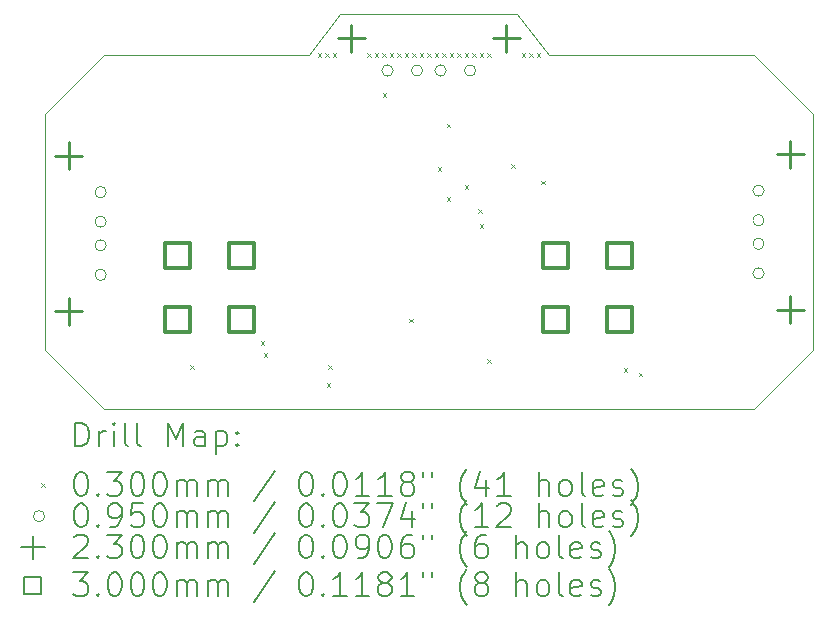
<source format=gbr>
%TF.GenerationSoftware,KiCad,Pcbnew,8.0.5*%
%TF.CreationDate,2024-09-26T10:19:20+02:00*%
%TF.ProjectId,BL-R8812AF1 2x mount,424c2d52-3838-4313-9241-463120327820,rev?*%
%TF.SameCoordinates,Original*%
%TF.FileFunction,Drillmap*%
%TF.FilePolarity,Positive*%
%FSLAX45Y45*%
G04 Gerber Fmt 4.5, Leading zero omitted, Abs format (unit mm)*
G04 Created by KiCad (PCBNEW 8.0.5) date 2024-09-26 10:19:20*
%MOMM*%
%LPD*%
G01*
G04 APERTURE LIST*
%ADD10C,0.050000*%
%ADD11C,0.200000*%
%ADD12C,0.100000*%
%ADD13C,0.230000*%
%ADD14C,0.300000*%
G04 APERTURE END LIST*
D10*
X13450000Y-7048500D02*
X13716000Y-7390000D01*
X11950000Y-7048500D02*
X11684000Y-7391400D01*
X9950000Y-7390000D02*
X11684000Y-7391400D01*
X11950000Y-7048500D02*
X13450000Y-7048500D01*
X15450000Y-7390000D02*
X15950000Y-7890000D01*
X15450000Y-10390000D02*
X15950000Y-9890000D01*
X9450000Y-9890000D02*
X9950000Y-10390000D01*
X9450000Y-7890000D02*
X9950000Y-7390000D01*
X9950000Y-10390000D02*
X15450000Y-10390000D01*
X9450000Y-7890000D02*
X9450000Y-9890000D01*
X15950000Y-7890000D02*
X15950000Y-9890000D01*
X13716000Y-7390000D02*
X15450000Y-7390000D01*
D11*
D12*
X10678400Y-10018000D02*
X10708400Y-10048000D01*
X10708400Y-10018000D02*
X10678400Y-10048000D01*
X11275300Y-9814800D02*
X11305300Y-9844800D01*
X11305300Y-9814800D02*
X11275300Y-9844800D01*
X11300700Y-9916400D02*
X11330700Y-9946400D01*
X11330700Y-9916400D02*
X11300700Y-9946400D01*
X11757900Y-7376400D02*
X11787900Y-7406400D01*
X11787900Y-7376400D02*
X11757900Y-7406400D01*
X11821400Y-7376400D02*
X11851400Y-7406400D01*
X11851400Y-7376400D02*
X11821400Y-7406400D01*
X11834100Y-10170400D02*
X11864100Y-10200400D01*
X11864100Y-10170400D02*
X11834100Y-10200400D01*
X11846800Y-10018000D02*
X11876800Y-10048000D01*
X11876800Y-10018000D02*
X11846800Y-10048000D01*
X11884900Y-7376400D02*
X11914900Y-7406400D01*
X11914900Y-7376400D02*
X11884900Y-7406400D01*
X12177000Y-7376400D02*
X12207000Y-7406400D01*
X12207000Y-7376400D02*
X12177000Y-7406400D01*
X12240500Y-7376400D02*
X12270500Y-7406400D01*
X12270500Y-7376400D02*
X12240500Y-7406400D01*
X12304000Y-7376400D02*
X12334000Y-7406400D01*
X12334000Y-7376400D02*
X12304000Y-7406400D01*
X12310350Y-7712950D02*
X12340350Y-7742950D01*
X12340350Y-7712950D02*
X12310350Y-7742950D01*
X12367500Y-7376400D02*
X12397500Y-7406400D01*
X12397500Y-7376400D02*
X12367500Y-7406400D01*
X12431000Y-7376400D02*
X12461000Y-7406400D01*
X12461000Y-7376400D02*
X12431000Y-7406400D01*
X12494500Y-7376400D02*
X12524500Y-7406400D01*
X12524500Y-7376400D02*
X12494500Y-7406400D01*
X12532600Y-9624300D02*
X12562600Y-9654300D01*
X12562600Y-9624300D02*
X12532600Y-9654300D01*
X12558000Y-7376400D02*
X12588000Y-7406400D01*
X12588000Y-7376400D02*
X12558000Y-7406400D01*
X12621500Y-7376400D02*
X12651500Y-7406400D01*
X12651500Y-7376400D02*
X12621500Y-7406400D01*
X12685000Y-7376400D02*
X12715000Y-7406400D01*
X12715000Y-7376400D02*
X12685000Y-7406400D01*
X12748500Y-7376400D02*
X12778500Y-7406400D01*
X12778500Y-7376400D02*
X12748500Y-7406400D01*
X12773900Y-8341600D02*
X12803900Y-8371600D01*
X12803900Y-8341600D02*
X12773900Y-8371600D01*
X12812000Y-7376400D02*
X12842000Y-7406400D01*
X12842000Y-7376400D02*
X12812000Y-7406400D01*
X12850100Y-7973300D02*
X12880100Y-8003300D01*
X12880100Y-7973300D02*
X12850100Y-8003300D01*
X12850100Y-8595600D02*
X12880100Y-8625600D01*
X12880100Y-8595600D02*
X12850100Y-8625600D01*
X12875500Y-7376400D02*
X12905500Y-7406400D01*
X12905500Y-7376400D02*
X12875500Y-7406400D01*
X12939000Y-7376400D02*
X12969000Y-7406400D01*
X12969000Y-7376400D02*
X12939000Y-7406400D01*
X13002500Y-7376400D02*
X13032500Y-7406400D01*
X13032500Y-7376400D02*
X13002500Y-7406400D01*
X13002500Y-8494000D02*
X13032500Y-8524000D01*
X13032500Y-8494000D02*
X13002500Y-8524000D01*
X13066000Y-7376400D02*
X13096000Y-7406400D01*
X13096000Y-7376400D02*
X13066000Y-7406400D01*
X13116800Y-8697200D02*
X13146800Y-8727200D01*
X13146800Y-8697200D02*
X13116800Y-8727200D01*
X13129500Y-7376400D02*
X13159500Y-7406400D01*
X13159500Y-7376400D02*
X13129500Y-7406400D01*
X13129500Y-8824200D02*
X13159500Y-8854200D01*
X13159500Y-8824200D02*
X13129500Y-8854200D01*
X13193000Y-7376400D02*
X13223000Y-7406400D01*
X13223000Y-7376400D02*
X13193000Y-7406400D01*
X13193000Y-9967200D02*
X13223000Y-9997200D01*
X13223000Y-9967200D02*
X13193000Y-9997200D01*
X13396200Y-8316200D02*
X13426200Y-8346200D01*
X13426200Y-8316200D02*
X13396200Y-8346200D01*
X13485100Y-7376400D02*
X13515100Y-7406400D01*
X13515100Y-7376400D02*
X13485100Y-7406400D01*
X13548600Y-7376400D02*
X13578600Y-7406400D01*
X13578600Y-7376400D02*
X13548600Y-7406400D01*
X13612100Y-7376400D02*
X13642100Y-7406400D01*
X13642100Y-7376400D02*
X13612100Y-7406400D01*
X13650200Y-8455900D02*
X13680200Y-8485900D01*
X13680200Y-8455900D02*
X13650200Y-8485900D01*
X14348700Y-10043400D02*
X14378700Y-10073400D01*
X14378700Y-10043400D02*
X14348700Y-10073400D01*
X14475700Y-10081500D02*
X14505700Y-10111500D01*
X14505700Y-10081500D02*
X14475700Y-10111500D01*
X9968800Y-8552700D02*
G75*
G02*
X9873800Y-8552700I-47500J0D01*
G01*
X9873800Y-8552700D02*
G75*
G02*
X9968800Y-8552700I47500J0D01*
G01*
X9968800Y-8802700D02*
G75*
G02*
X9873800Y-8802700I-47500J0D01*
G01*
X9873800Y-8802700D02*
G75*
G02*
X9968800Y-8802700I47500J0D01*
G01*
X9968800Y-9002700D02*
G75*
G02*
X9873800Y-9002700I-47500J0D01*
G01*
X9873800Y-9002700D02*
G75*
G02*
X9968800Y-9002700I47500J0D01*
G01*
X9968800Y-9252700D02*
G75*
G02*
X9873800Y-9252700I-47500J0D01*
G01*
X9873800Y-9252700D02*
G75*
G02*
X9968800Y-9252700I47500J0D01*
G01*
X12397500Y-7522700D02*
G75*
G02*
X12302500Y-7522700I-47500J0D01*
G01*
X12302500Y-7522700D02*
G75*
G02*
X12397500Y-7522700I47500J0D01*
G01*
X12647500Y-7522700D02*
G75*
G02*
X12552500Y-7522700I-47500J0D01*
G01*
X12552500Y-7522700D02*
G75*
G02*
X12647500Y-7522700I47500J0D01*
G01*
X12847500Y-7522700D02*
G75*
G02*
X12752500Y-7522700I-47500J0D01*
G01*
X12752500Y-7522700D02*
G75*
G02*
X12847500Y-7522700I47500J0D01*
G01*
X13097500Y-7522700D02*
G75*
G02*
X13002500Y-7522700I-47500J0D01*
G01*
X13002500Y-7522700D02*
G75*
G02*
X13097500Y-7522700I47500J0D01*
G01*
X15538900Y-8540000D02*
G75*
G02*
X15443900Y-8540000I-47500J0D01*
G01*
X15443900Y-8540000D02*
G75*
G02*
X15538900Y-8540000I47500J0D01*
G01*
X15538900Y-8790000D02*
G75*
G02*
X15443900Y-8790000I-47500J0D01*
G01*
X15443900Y-8790000D02*
G75*
G02*
X15538900Y-8790000I47500J0D01*
G01*
X15538900Y-8990000D02*
G75*
G02*
X15443900Y-8990000I-47500J0D01*
G01*
X15443900Y-8990000D02*
G75*
G02*
X15538900Y-8990000I47500J0D01*
G01*
X15538900Y-9240000D02*
G75*
G02*
X15443900Y-9240000I-47500J0D01*
G01*
X15443900Y-9240000D02*
G75*
G02*
X15538900Y-9240000I47500J0D01*
G01*
D13*
X9650300Y-8130700D02*
X9650300Y-8360700D01*
X9535300Y-8245700D02*
X9765300Y-8245700D01*
X9650300Y-9444700D02*
X9650300Y-9674700D01*
X9535300Y-9559700D02*
X9765300Y-9559700D01*
X12043000Y-7136700D02*
X12043000Y-7366700D01*
X11928000Y-7251700D02*
X12158000Y-7251700D01*
X13357000Y-7136700D02*
X13357000Y-7366700D01*
X13242000Y-7251700D02*
X13472000Y-7251700D01*
X15762400Y-8118000D02*
X15762400Y-8348000D01*
X15647400Y-8233000D02*
X15877400Y-8233000D01*
X15762400Y-9432000D02*
X15762400Y-9662000D01*
X15647400Y-9547000D02*
X15877400Y-9547000D01*
D14*
X10681867Y-9195967D02*
X10681867Y-8983833D01*
X10469733Y-8983833D01*
X10469733Y-9195967D01*
X10681867Y-9195967D01*
X10681867Y-9735967D02*
X10681867Y-9523833D01*
X10469733Y-9523833D01*
X10469733Y-9735967D01*
X10681867Y-9735967D01*
X11221867Y-9195967D02*
X11221867Y-8983833D01*
X11009733Y-8983833D01*
X11009733Y-9195967D01*
X11221867Y-9195967D01*
X11221867Y-9735967D02*
X11221867Y-9523833D01*
X11009733Y-9523833D01*
X11009733Y-9735967D01*
X11221867Y-9735967D01*
X13882267Y-9195967D02*
X13882267Y-8983833D01*
X13670133Y-8983833D01*
X13670133Y-9195967D01*
X13882267Y-9195967D01*
X13882267Y-9735967D02*
X13882267Y-9523833D01*
X13670133Y-9523833D01*
X13670133Y-9735967D01*
X13882267Y-9735967D01*
X14422267Y-9195967D02*
X14422267Y-8983833D01*
X14210133Y-8983833D01*
X14210133Y-9195967D01*
X14422267Y-9195967D01*
X14422267Y-9735967D02*
X14422267Y-9523833D01*
X14210133Y-9523833D01*
X14210133Y-9735967D01*
X14422267Y-9735967D01*
D11*
X9708277Y-10703984D02*
X9708277Y-10503984D01*
X9708277Y-10503984D02*
X9755896Y-10503984D01*
X9755896Y-10503984D02*
X9784467Y-10513508D01*
X9784467Y-10513508D02*
X9803515Y-10532555D01*
X9803515Y-10532555D02*
X9813039Y-10551603D01*
X9813039Y-10551603D02*
X9822563Y-10589698D01*
X9822563Y-10589698D02*
X9822563Y-10618270D01*
X9822563Y-10618270D02*
X9813039Y-10656365D01*
X9813039Y-10656365D02*
X9803515Y-10675412D01*
X9803515Y-10675412D02*
X9784467Y-10694460D01*
X9784467Y-10694460D02*
X9755896Y-10703984D01*
X9755896Y-10703984D02*
X9708277Y-10703984D01*
X9908277Y-10703984D02*
X9908277Y-10570650D01*
X9908277Y-10608746D02*
X9917801Y-10589698D01*
X9917801Y-10589698D02*
X9927324Y-10580174D01*
X9927324Y-10580174D02*
X9946372Y-10570650D01*
X9946372Y-10570650D02*
X9965420Y-10570650D01*
X10032086Y-10703984D02*
X10032086Y-10570650D01*
X10032086Y-10503984D02*
X10022563Y-10513508D01*
X10022563Y-10513508D02*
X10032086Y-10523031D01*
X10032086Y-10523031D02*
X10041610Y-10513508D01*
X10041610Y-10513508D02*
X10032086Y-10503984D01*
X10032086Y-10503984D02*
X10032086Y-10523031D01*
X10155896Y-10703984D02*
X10136848Y-10694460D01*
X10136848Y-10694460D02*
X10127324Y-10675412D01*
X10127324Y-10675412D02*
X10127324Y-10503984D01*
X10260658Y-10703984D02*
X10241610Y-10694460D01*
X10241610Y-10694460D02*
X10232086Y-10675412D01*
X10232086Y-10675412D02*
X10232086Y-10503984D01*
X10489229Y-10703984D02*
X10489229Y-10503984D01*
X10489229Y-10503984D02*
X10555896Y-10646841D01*
X10555896Y-10646841D02*
X10622563Y-10503984D01*
X10622563Y-10503984D02*
X10622563Y-10703984D01*
X10803515Y-10703984D02*
X10803515Y-10599222D01*
X10803515Y-10599222D02*
X10793991Y-10580174D01*
X10793991Y-10580174D02*
X10774944Y-10570650D01*
X10774944Y-10570650D02*
X10736848Y-10570650D01*
X10736848Y-10570650D02*
X10717801Y-10580174D01*
X10803515Y-10694460D02*
X10784467Y-10703984D01*
X10784467Y-10703984D02*
X10736848Y-10703984D01*
X10736848Y-10703984D02*
X10717801Y-10694460D01*
X10717801Y-10694460D02*
X10708277Y-10675412D01*
X10708277Y-10675412D02*
X10708277Y-10656365D01*
X10708277Y-10656365D02*
X10717801Y-10637317D01*
X10717801Y-10637317D02*
X10736848Y-10627793D01*
X10736848Y-10627793D02*
X10784467Y-10627793D01*
X10784467Y-10627793D02*
X10803515Y-10618270D01*
X10898753Y-10570650D02*
X10898753Y-10770650D01*
X10898753Y-10580174D02*
X10917801Y-10570650D01*
X10917801Y-10570650D02*
X10955896Y-10570650D01*
X10955896Y-10570650D02*
X10974944Y-10580174D01*
X10974944Y-10580174D02*
X10984467Y-10589698D01*
X10984467Y-10589698D02*
X10993991Y-10608746D01*
X10993991Y-10608746D02*
X10993991Y-10665889D01*
X10993991Y-10665889D02*
X10984467Y-10684936D01*
X10984467Y-10684936D02*
X10974944Y-10694460D01*
X10974944Y-10694460D02*
X10955896Y-10703984D01*
X10955896Y-10703984D02*
X10917801Y-10703984D01*
X10917801Y-10703984D02*
X10898753Y-10694460D01*
X11079705Y-10684936D02*
X11089229Y-10694460D01*
X11089229Y-10694460D02*
X11079705Y-10703984D01*
X11079705Y-10703984D02*
X11070182Y-10694460D01*
X11070182Y-10694460D02*
X11079705Y-10684936D01*
X11079705Y-10684936D02*
X11079705Y-10703984D01*
X11079705Y-10580174D02*
X11089229Y-10589698D01*
X11089229Y-10589698D02*
X11079705Y-10599222D01*
X11079705Y-10599222D02*
X11070182Y-10589698D01*
X11070182Y-10589698D02*
X11079705Y-10580174D01*
X11079705Y-10580174D02*
X11079705Y-10599222D01*
D12*
X9417500Y-11017500D02*
X9447500Y-11047500D01*
X9447500Y-11017500D02*
X9417500Y-11047500D01*
D11*
X9746372Y-10923984D02*
X9765420Y-10923984D01*
X9765420Y-10923984D02*
X9784467Y-10933508D01*
X9784467Y-10933508D02*
X9793991Y-10943031D01*
X9793991Y-10943031D02*
X9803515Y-10962079D01*
X9803515Y-10962079D02*
X9813039Y-11000174D01*
X9813039Y-11000174D02*
X9813039Y-11047793D01*
X9813039Y-11047793D02*
X9803515Y-11085889D01*
X9803515Y-11085889D02*
X9793991Y-11104936D01*
X9793991Y-11104936D02*
X9784467Y-11114460D01*
X9784467Y-11114460D02*
X9765420Y-11123984D01*
X9765420Y-11123984D02*
X9746372Y-11123984D01*
X9746372Y-11123984D02*
X9727324Y-11114460D01*
X9727324Y-11114460D02*
X9717801Y-11104936D01*
X9717801Y-11104936D02*
X9708277Y-11085889D01*
X9708277Y-11085889D02*
X9698753Y-11047793D01*
X9698753Y-11047793D02*
X9698753Y-11000174D01*
X9698753Y-11000174D02*
X9708277Y-10962079D01*
X9708277Y-10962079D02*
X9717801Y-10943031D01*
X9717801Y-10943031D02*
X9727324Y-10933508D01*
X9727324Y-10933508D02*
X9746372Y-10923984D01*
X9898753Y-11104936D02*
X9908277Y-11114460D01*
X9908277Y-11114460D02*
X9898753Y-11123984D01*
X9898753Y-11123984D02*
X9889229Y-11114460D01*
X9889229Y-11114460D02*
X9898753Y-11104936D01*
X9898753Y-11104936D02*
X9898753Y-11123984D01*
X9974944Y-10923984D02*
X10098753Y-10923984D01*
X10098753Y-10923984D02*
X10032086Y-11000174D01*
X10032086Y-11000174D02*
X10060658Y-11000174D01*
X10060658Y-11000174D02*
X10079705Y-11009698D01*
X10079705Y-11009698D02*
X10089229Y-11019222D01*
X10089229Y-11019222D02*
X10098753Y-11038270D01*
X10098753Y-11038270D02*
X10098753Y-11085889D01*
X10098753Y-11085889D02*
X10089229Y-11104936D01*
X10089229Y-11104936D02*
X10079705Y-11114460D01*
X10079705Y-11114460D02*
X10060658Y-11123984D01*
X10060658Y-11123984D02*
X10003515Y-11123984D01*
X10003515Y-11123984D02*
X9984467Y-11114460D01*
X9984467Y-11114460D02*
X9974944Y-11104936D01*
X10222563Y-10923984D02*
X10241610Y-10923984D01*
X10241610Y-10923984D02*
X10260658Y-10933508D01*
X10260658Y-10933508D02*
X10270182Y-10943031D01*
X10270182Y-10943031D02*
X10279705Y-10962079D01*
X10279705Y-10962079D02*
X10289229Y-11000174D01*
X10289229Y-11000174D02*
X10289229Y-11047793D01*
X10289229Y-11047793D02*
X10279705Y-11085889D01*
X10279705Y-11085889D02*
X10270182Y-11104936D01*
X10270182Y-11104936D02*
X10260658Y-11114460D01*
X10260658Y-11114460D02*
X10241610Y-11123984D01*
X10241610Y-11123984D02*
X10222563Y-11123984D01*
X10222563Y-11123984D02*
X10203515Y-11114460D01*
X10203515Y-11114460D02*
X10193991Y-11104936D01*
X10193991Y-11104936D02*
X10184467Y-11085889D01*
X10184467Y-11085889D02*
X10174944Y-11047793D01*
X10174944Y-11047793D02*
X10174944Y-11000174D01*
X10174944Y-11000174D02*
X10184467Y-10962079D01*
X10184467Y-10962079D02*
X10193991Y-10943031D01*
X10193991Y-10943031D02*
X10203515Y-10933508D01*
X10203515Y-10933508D02*
X10222563Y-10923984D01*
X10413039Y-10923984D02*
X10432086Y-10923984D01*
X10432086Y-10923984D02*
X10451134Y-10933508D01*
X10451134Y-10933508D02*
X10460658Y-10943031D01*
X10460658Y-10943031D02*
X10470182Y-10962079D01*
X10470182Y-10962079D02*
X10479705Y-11000174D01*
X10479705Y-11000174D02*
X10479705Y-11047793D01*
X10479705Y-11047793D02*
X10470182Y-11085889D01*
X10470182Y-11085889D02*
X10460658Y-11104936D01*
X10460658Y-11104936D02*
X10451134Y-11114460D01*
X10451134Y-11114460D02*
X10432086Y-11123984D01*
X10432086Y-11123984D02*
X10413039Y-11123984D01*
X10413039Y-11123984D02*
X10393991Y-11114460D01*
X10393991Y-11114460D02*
X10384467Y-11104936D01*
X10384467Y-11104936D02*
X10374944Y-11085889D01*
X10374944Y-11085889D02*
X10365420Y-11047793D01*
X10365420Y-11047793D02*
X10365420Y-11000174D01*
X10365420Y-11000174D02*
X10374944Y-10962079D01*
X10374944Y-10962079D02*
X10384467Y-10943031D01*
X10384467Y-10943031D02*
X10393991Y-10933508D01*
X10393991Y-10933508D02*
X10413039Y-10923984D01*
X10565420Y-11123984D02*
X10565420Y-10990650D01*
X10565420Y-11009698D02*
X10574944Y-11000174D01*
X10574944Y-11000174D02*
X10593991Y-10990650D01*
X10593991Y-10990650D02*
X10622563Y-10990650D01*
X10622563Y-10990650D02*
X10641610Y-11000174D01*
X10641610Y-11000174D02*
X10651134Y-11019222D01*
X10651134Y-11019222D02*
X10651134Y-11123984D01*
X10651134Y-11019222D02*
X10660658Y-11000174D01*
X10660658Y-11000174D02*
X10679705Y-10990650D01*
X10679705Y-10990650D02*
X10708277Y-10990650D01*
X10708277Y-10990650D02*
X10727325Y-11000174D01*
X10727325Y-11000174D02*
X10736848Y-11019222D01*
X10736848Y-11019222D02*
X10736848Y-11123984D01*
X10832086Y-11123984D02*
X10832086Y-10990650D01*
X10832086Y-11009698D02*
X10841610Y-11000174D01*
X10841610Y-11000174D02*
X10860658Y-10990650D01*
X10860658Y-10990650D02*
X10889229Y-10990650D01*
X10889229Y-10990650D02*
X10908277Y-11000174D01*
X10908277Y-11000174D02*
X10917801Y-11019222D01*
X10917801Y-11019222D02*
X10917801Y-11123984D01*
X10917801Y-11019222D02*
X10927325Y-11000174D01*
X10927325Y-11000174D02*
X10946372Y-10990650D01*
X10946372Y-10990650D02*
X10974944Y-10990650D01*
X10974944Y-10990650D02*
X10993991Y-11000174D01*
X10993991Y-11000174D02*
X11003515Y-11019222D01*
X11003515Y-11019222D02*
X11003515Y-11123984D01*
X11393991Y-10914460D02*
X11222563Y-11171603D01*
X11651134Y-10923984D02*
X11670182Y-10923984D01*
X11670182Y-10923984D02*
X11689229Y-10933508D01*
X11689229Y-10933508D02*
X11698753Y-10943031D01*
X11698753Y-10943031D02*
X11708277Y-10962079D01*
X11708277Y-10962079D02*
X11717801Y-11000174D01*
X11717801Y-11000174D02*
X11717801Y-11047793D01*
X11717801Y-11047793D02*
X11708277Y-11085889D01*
X11708277Y-11085889D02*
X11698753Y-11104936D01*
X11698753Y-11104936D02*
X11689229Y-11114460D01*
X11689229Y-11114460D02*
X11670182Y-11123984D01*
X11670182Y-11123984D02*
X11651134Y-11123984D01*
X11651134Y-11123984D02*
X11632086Y-11114460D01*
X11632086Y-11114460D02*
X11622563Y-11104936D01*
X11622563Y-11104936D02*
X11613039Y-11085889D01*
X11613039Y-11085889D02*
X11603515Y-11047793D01*
X11603515Y-11047793D02*
X11603515Y-11000174D01*
X11603515Y-11000174D02*
X11613039Y-10962079D01*
X11613039Y-10962079D02*
X11622563Y-10943031D01*
X11622563Y-10943031D02*
X11632086Y-10933508D01*
X11632086Y-10933508D02*
X11651134Y-10923984D01*
X11803515Y-11104936D02*
X11813039Y-11114460D01*
X11813039Y-11114460D02*
X11803515Y-11123984D01*
X11803515Y-11123984D02*
X11793991Y-11114460D01*
X11793991Y-11114460D02*
X11803515Y-11104936D01*
X11803515Y-11104936D02*
X11803515Y-11123984D01*
X11936848Y-10923984D02*
X11955896Y-10923984D01*
X11955896Y-10923984D02*
X11974944Y-10933508D01*
X11974944Y-10933508D02*
X11984467Y-10943031D01*
X11984467Y-10943031D02*
X11993991Y-10962079D01*
X11993991Y-10962079D02*
X12003515Y-11000174D01*
X12003515Y-11000174D02*
X12003515Y-11047793D01*
X12003515Y-11047793D02*
X11993991Y-11085889D01*
X11993991Y-11085889D02*
X11984467Y-11104936D01*
X11984467Y-11104936D02*
X11974944Y-11114460D01*
X11974944Y-11114460D02*
X11955896Y-11123984D01*
X11955896Y-11123984D02*
X11936848Y-11123984D01*
X11936848Y-11123984D02*
X11917801Y-11114460D01*
X11917801Y-11114460D02*
X11908277Y-11104936D01*
X11908277Y-11104936D02*
X11898753Y-11085889D01*
X11898753Y-11085889D02*
X11889229Y-11047793D01*
X11889229Y-11047793D02*
X11889229Y-11000174D01*
X11889229Y-11000174D02*
X11898753Y-10962079D01*
X11898753Y-10962079D02*
X11908277Y-10943031D01*
X11908277Y-10943031D02*
X11917801Y-10933508D01*
X11917801Y-10933508D02*
X11936848Y-10923984D01*
X12193991Y-11123984D02*
X12079706Y-11123984D01*
X12136848Y-11123984D02*
X12136848Y-10923984D01*
X12136848Y-10923984D02*
X12117801Y-10952555D01*
X12117801Y-10952555D02*
X12098753Y-10971603D01*
X12098753Y-10971603D02*
X12079706Y-10981127D01*
X12384467Y-11123984D02*
X12270182Y-11123984D01*
X12327325Y-11123984D02*
X12327325Y-10923984D01*
X12327325Y-10923984D02*
X12308277Y-10952555D01*
X12308277Y-10952555D02*
X12289229Y-10971603D01*
X12289229Y-10971603D02*
X12270182Y-10981127D01*
X12498753Y-11009698D02*
X12479706Y-11000174D01*
X12479706Y-11000174D02*
X12470182Y-10990650D01*
X12470182Y-10990650D02*
X12460658Y-10971603D01*
X12460658Y-10971603D02*
X12460658Y-10962079D01*
X12460658Y-10962079D02*
X12470182Y-10943031D01*
X12470182Y-10943031D02*
X12479706Y-10933508D01*
X12479706Y-10933508D02*
X12498753Y-10923984D01*
X12498753Y-10923984D02*
X12536848Y-10923984D01*
X12536848Y-10923984D02*
X12555896Y-10933508D01*
X12555896Y-10933508D02*
X12565420Y-10943031D01*
X12565420Y-10943031D02*
X12574944Y-10962079D01*
X12574944Y-10962079D02*
X12574944Y-10971603D01*
X12574944Y-10971603D02*
X12565420Y-10990650D01*
X12565420Y-10990650D02*
X12555896Y-11000174D01*
X12555896Y-11000174D02*
X12536848Y-11009698D01*
X12536848Y-11009698D02*
X12498753Y-11009698D01*
X12498753Y-11009698D02*
X12479706Y-11019222D01*
X12479706Y-11019222D02*
X12470182Y-11028746D01*
X12470182Y-11028746D02*
X12460658Y-11047793D01*
X12460658Y-11047793D02*
X12460658Y-11085889D01*
X12460658Y-11085889D02*
X12470182Y-11104936D01*
X12470182Y-11104936D02*
X12479706Y-11114460D01*
X12479706Y-11114460D02*
X12498753Y-11123984D01*
X12498753Y-11123984D02*
X12536848Y-11123984D01*
X12536848Y-11123984D02*
X12555896Y-11114460D01*
X12555896Y-11114460D02*
X12565420Y-11104936D01*
X12565420Y-11104936D02*
X12574944Y-11085889D01*
X12574944Y-11085889D02*
X12574944Y-11047793D01*
X12574944Y-11047793D02*
X12565420Y-11028746D01*
X12565420Y-11028746D02*
X12555896Y-11019222D01*
X12555896Y-11019222D02*
X12536848Y-11009698D01*
X12651134Y-10923984D02*
X12651134Y-10962079D01*
X12727325Y-10923984D02*
X12727325Y-10962079D01*
X13022563Y-11200174D02*
X13013039Y-11190650D01*
X13013039Y-11190650D02*
X12993991Y-11162079D01*
X12993991Y-11162079D02*
X12984468Y-11143031D01*
X12984468Y-11143031D02*
X12974944Y-11114460D01*
X12974944Y-11114460D02*
X12965420Y-11066841D01*
X12965420Y-11066841D02*
X12965420Y-11028746D01*
X12965420Y-11028746D02*
X12974944Y-10981127D01*
X12974944Y-10981127D02*
X12984468Y-10952555D01*
X12984468Y-10952555D02*
X12993991Y-10933508D01*
X12993991Y-10933508D02*
X13013039Y-10904936D01*
X13013039Y-10904936D02*
X13022563Y-10895412D01*
X13184468Y-10990650D02*
X13184468Y-11123984D01*
X13136848Y-10914460D02*
X13089229Y-11057317D01*
X13089229Y-11057317D02*
X13213039Y-11057317D01*
X13393991Y-11123984D02*
X13279706Y-11123984D01*
X13336848Y-11123984D02*
X13336848Y-10923984D01*
X13336848Y-10923984D02*
X13317801Y-10952555D01*
X13317801Y-10952555D02*
X13298753Y-10971603D01*
X13298753Y-10971603D02*
X13279706Y-10981127D01*
X13632087Y-11123984D02*
X13632087Y-10923984D01*
X13717801Y-11123984D02*
X13717801Y-11019222D01*
X13717801Y-11019222D02*
X13708277Y-11000174D01*
X13708277Y-11000174D02*
X13689230Y-10990650D01*
X13689230Y-10990650D02*
X13660658Y-10990650D01*
X13660658Y-10990650D02*
X13641610Y-11000174D01*
X13641610Y-11000174D02*
X13632087Y-11009698D01*
X13841610Y-11123984D02*
X13822563Y-11114460D01*
X13822563Y-11114460D02*
X13813039Y-11104936D01*
X13813039Y-11104936D02*
X13803515Y-11085889D01*
X13803515Y-11085889D02*
X13803515Y-11028746D01*
X13803515Y-11028746D02*
X13813039Y-11009698D01*
X13813039Y-11009698D02*
X13822563Y-11000174D01*
X13822563Y-11000174D02*
X13841610Y-10990650D01*
X13841610Y-10990650D02*
X13870182Y-10990650D01*
X13870182Y-10990650D02*
X13889230Y-11000174D01*
X13889230Y-11000174D02*
X13898753Y-11009698D01*
X13898753Y-11009698D02*
X13908277Y-11028746D01*
X13908277Y-11028746D02*
X13908277Y-11085889D01*
X13908277Y-11085889D02*
X13898753Y-11104936D01*
X13898753Y-11104936D02*
X13889230Y-11114460D01*
X13889230Y-11114460D02*
X13870182Y-11123984D01*
X13870182Y-11123984D02*
X13841610Y-11123984D01*
X14022563Y-11123984D02*
X14003515Y-11114460D01*
X14003515Y-11114460D02*
X13993991Y-11095412D01*
X13993991Y-11095412D02*
X13993991Y-10923984D01*
X14174944Y-11114460D02*
X14155896Y-11123984D01*
X14155896Y-11123984D02*
X14117801Y-11123984D01*
X14117801Y-11123984D02*
X14098753Y-11114460D01*
X14098753Y-11114460D02*
X14089230Y-11095412D01*
X14089230Y-11095412D02*
X14089230Y-11019222D01*
X14089230Y-11019222D02*
X14098753Y-11000174D01*
X14098753Y-11000174D02*
X14117801Y-10990650D01*
X14117801Y-10990650D02*
X14155896Y-10990650D01*
X14155896Y-10990650D02*
X14174944Y-11000174D01*
X14174944Y-11000174D02*
X14184468Y-11019222D01*
X14184468Y-11019222D02*
X14184468Y-11038270D01*
X14184468Y-11038270D02*
X14089230Y-11057317D01*
X14260658Y-11114460D02*
X14279706Y-11123984D01*
X14279706Y-11123984D02*
X14317801Y-11123984D01*
X14317801Y-11123984D02*
X14336849Y-11114460D01*
X14336849Y-11114460D02*
X14346372Y-11095412D01*
X14346372Y-11095412D02*
X14346372Y-11085889D01*
X14346372Y-11085889D02*
X14336849Y-11066841D01*
X14336849Y-11066841D02*
X14317801Y-11057317D01*
X14317801Y-11057317D02*
X14289230Y-11057317D01*
X14289230Y-11057317D02*
X14270182Y-11047793D01*
X14270182Y-11047793D02*
X14260658Y-11028746D01*
X14260658Y-11028746D02*
X14260658Y-11019222D01*
X14260658Y-11019222D02*
X14270182Y-11000174D01*
X14270182Y-11000174D02*
X14289230Y-10990650D01*
X14289230Y-10990650D02*
X14317801Y-10990650D01*
X14317801Y-10990650D02*
X14336849Y-11000174D01*
X14413039Y-11200174D02*
X14422563Y-11190650D01*
X14422563Y-11190650D02*
X14441611Y-11162079D01*
X14441611Y-11162079D02*
X14451134Y-11143031D01*
X14451134Y-11143031D02*
X14460658Y-11114460D01*
X14460658Y-11114460D02*
X14470182Y-11066841D01*
X14470182Y-11066841D02*
X14470182Y-11028746D01*
X14470182Y-11028746D02*
X14460658Y-10981127D01*
X14460658Y-10981127D02*
X14451134Y-10952555D01*
X14451134Y-10952555D02*
X14441611Y-10933508D01*
X14441611Y-10933508D02*
X14422563Y-10904936D01*
X14422563Y-10904936D02*
X14413039Y-10895412D01*
D12*
X9447500Y-11296500D02*
G75*
G02*
X9352500Y-11296500I-47500J0D01*
G01*
X9352500Y-11296500D02*
G75*
G02*
X9447500Y-11296500I47500J0D01*
G01*
D11*
X9746372Y-11187984D02*
X9765420Y-11187984D01*
X9765420Y-11187984D02*
X9784467Y-11197508D01*
X9784467Y-11197508D02*
X9793991Y-11207031D01*
X9793991Y-11207031D02*
X9803515Y-11226079D01*
X9803515Y-11226079D02*
X9813039Y-11264174D01*
X9813039Y-11264174D02*
X9813039Y-11311793D01*
X9813039Y-11311793D02*
X9803515Y-11349888D01*
X9803515Y-11349888D02*
X9793991Y-11368936D01*
X9793991Y-11368936D02*
X9784467Y-11378460D01*
X9784467Y-11378460D02*
X9765420Y-11387984D01*
X9765420Y-11387984D02*
X9746372Y-11387984D01*
X9746372Y-11387984D02*
X9727324Y-11378460D01*
X9727324Y-11378460D02*
X9717801Y-11368936D01*
X9717801Y-11368936D02*
X9708277Y-11349888D01*
X9708277Y-11349888D02*
X9698753Y-11311793D01*
X9698753Y-11311793D02*
X9698753Y-11264174D01*
X9698753Y-11264174D02*
X9708277Y-11226079D01*
X9708277Y-11226079D02*
X9717801Y-11207031D01*
X9717801Y-11207031D02*
X9727324Y-11197508D01*
X9727324Y-11197508D02*
X9746372Y-11187984D01*
X9898753Y-11368936D02*
X9908277Y-11378460D01*
X9908277Y-11378460D02*
X9898753Y-11387984D01*
X9898753Y-11387984D02*
X9889229Y-11378460D01*
X9889229Y-11378460D02*
X9898753Y-11368936D01*
X9898753Y-11368936D02*
X9898753Y-11387984D01*
X10003515Y-11387984D02*
X10041610Y-11387984D01*
X10041610Y-11387984D02*
X10060658Y-11378460D01*
X10060658Y-11378460D02*
X10070182Y-11368936D01*
X10070182Y-11368936D02*
X10089229Y-11340365D01*
X10089229Y-11340365D02*
X10098753Y-11302269D01*
X10098753Y-11302269D02*
X10098753Y-11226079D01*
X10098753Y-11226079D02*
X10089229Y-11207031D01*
X10089229Y-11207031D02*
X10079705Y-11197508D01*
X10079705Y-11197508D02*
X10060658Y-11187984D01*
X10060658Y-11187984D02*
X10022563Y-11187984D01*
X10022563Y-11187984D02*
X10003515Y-11197508D01*
X10003515Y-11197508D02*
X9993991Y-11207031D01*
X9993991Y-11207031D02*
X9984467Y-11226079D01*
X9984467Y-11226079D02*
X9984467Y-11273698D01*
X9984467Y-11273698D02*
X9993991Y-11292746D01*
X9993991Y-11292746D02*
X10003515Y-11302269D01*
X10003515Y-11302269D02*
X10022563Y-11311793D01*
X10022563Y-11311793D02*
X10060658Y-11311793D01*
X10060658Y-11311793D02*
X10079705Y-11302269D01*
X10079705Y-11302269D02*
X10089229Y-11292746D01*
X10089229Y-11292746D02*
X10098753Y-11273698D01*
X10279705Y-11187984D02*
X10184467Y-11187984D01*
X10184467Y-11187984D02*
X10174944Y-11283222D01*
X10174944Y-11283222D02*
X10184467Y-11273698D01*
X10184467Y-11273698D02*
X10203515Y-11264174D01*
X10203515Y-11264174D02*
X10251134Y-11264174D01*
X10251134Y-11264174D02*
X10270182Y-11273698D01*
X10270182Y-11273698D02*
X10279705Y-11283222D01*
X10279705Y-11283222D02*
X10289229Y-11302269D01*
X10289229Y-11302269D02*
X10289229Y-11349888D01*
X10289229Y-11349888D02*
X10279705Y-11368936D01*
X10279705Y-11368936D02*
X10270182Y-11378460D01*
X10270182Y-11378460D02*
X10251134Y-11387984D01*
X10251134Y-11387984D02*
X10203515Y-11387984D01*
X10203515Y-11387984D02*
X10184467Y-11378460D01*
X10184467Y-11378460D02*
X10174944Y-11368936D01*
X10413039Y-11187984D02*
X10432086Y-11187984D01*
X10432086Y-11187984D02*
X10451134Y-11197508D01*
X10451134Y-11197508D02*
X10460658Y-11207031D01*
X10460658Y-11207031D02*
X10470182Y-11226079D01*
X10470182Y-11226079D02*
X10479705Y-11264174D01*
X10479705Y-11264174D02*
X10479705Y-11311793D01*
X10479705Y-11311793D02*
X10470182Y-11349888D01*
X10470182Y-11349888D02*
X10460658Y-11368936D01*
X10460658Y-11368936D02*
X10451134Y-11378460D01*
X10451134Y-11378460D02*
X10432086Y-11387984D01*
X10432086Y-11387984D02*
X10413039Y-11387984D01*
X10413039Y-11387984D02*
X10393991Y-11378460D01*
X10393991Y-11378460D02*
X10384467Y-11368936D01*
X10384467Y-11368936D02*
X10374944Y-11349888D01*
X10374944Y-11349888D02*
X10365420Y-11311793D01*
X10365420Y-11311793D02*
X10365420Y-11264174D01*
X10365420Y-11264174D02*
X10374944Y-11226079D01*
X10374944Y-11226079D02*
X10384467Y-11207031D01*
X10384467Y-11207031D02*
X10393991Y-11197508D01*
X10393991Y-11197508D02*
X10413039Y-11187984D01*
X10565420Y-11387984D02*
X10565420Y-11254650D01*
X10565420Y-11273698D02*
X10574944Y-11264174D01*
X10574944Y-11264174D02*
X10593991Y-11254650D01*
X10593991Y-11254650D02*
X10622563Y-11254650D01*
X10622563Y-11254650D02*
X10641610Y-11264174D01*
X10641610Y-11264174D02*
X10651134Y-11283222D01*
X10651134Y-11283222D02*
X10651134Y-11387984D01*
X10651134Y-11283222D02*
X10660658Y-11264174D01*
X10660658Y-11264174D02*
X10679705Y-11254650D01*
X10679705Y-11254650D02*
X10708277Y-11254650D01*
X10708277Y-11254650D02*
X10727325Y-11264174D01*
X10727325Y-11264174D02*
X10736848Y-11283222D01*
X10736848Y-11283222D02*
X10736848Y-11387984D01*
X10832086Y-11387984D02*
X10832086Y-11254650D01*
X10832086Y-11273698D02*
X10841610Y-11264174D01*
X10841610Y-11264174D02*
X10860658Y-11254650D01*
X10860658Y-11254650D02*
X10889229Y-11254650D01*
X10889229Y-11254650D02*
X10908277Y-11264174D01*
X10908277Y-11264174D02*
X10917801Y-11283222D01*
X10917801Y-11283222D02*
X10917801Y-11387984D01*
X10917801Y-11283222D02*
X10927325Y-11264174D01*
X10927325Y-11264174D02*
X10946372Y-11254650D01*
X10946372Y-11254650D02*
X10974944Y-11254650D01*
X10974944Y-11254650D02*
X10993991Y-11264174D01*
X10993991Y-11264174D02*
X11003515Y-11283222D01*
X11003515Y-11283222D02*
X11003515Y-11387984D01*
X11393991Y-11178460D02*
X11222563Y-11435603D01*
X11651134Y-11187984D02*
X11670182Y-11187984D01*
X11670182Y-11187984D02*
X11689229Y-11197508D01*
X11689229Y-11197508D02*
X11698753Y-11207031D01*
X11698753Y-11207031D02*
X11708277Y-11226079D01*
X11708277Y-11226079D02*
X11717801Y-11264174D01*
X11717801Y-11264174D02*
X11717801Y-11311793D01*
X11717801Y-11311793D02*
X11708277Y-11349888D01*
X11708277Y-11349888D02*
X11698753Y-11368936D01*
X11698753Y-11368936D02*
X11689229Y-11378460D01*
X11689229Y-11378460D02*
X11670182Y-11387984D01*
X11670182Y-11387984D02*
X11651134Y-11387984D01*
X11651134Y-11387984D02*
X11632086Y-11378460D01*
X11632086Y-11378460D02*
X11622563Y-11368936D01*
X11622563Y-11368936D02*
X11613039Y-11349888D01*
X11613039Y-11349888D02*
X11603515Y-11311793D01*
X11603515Y-11311793D02*
X11603515Y-11264174D01*
X11603515Y-11264174D02*
X11613039Y-11226079D01*
X11613039Y-11226079D02*
X11622563Y-11207031D01*
X11622563Y-11207031D02*
X11632086Y-11197508D01*
X11632086Y-11197508D02*
X11651134Y-11187984D01*
X11803515Y-11368936D02*
X11813039Y-11378460D01*
X11813039Y-11378460D02*
X11803515Y-11387984D01*
X11803515Y-11387984D02*
X11793991Y-11378460D01*
X11793991Y-11378460D02*
X11803515Y-11368936D01*
X11803515Y-11368936D02*
X11803515Y-11387984D01*
X11936848Y-11187984D02*
X11955896Y-11187984D01*
X11955896Y-11187984D02*
X11974944Y-11197508D01*
X11974944Y-11197508D02*
X11984467Y-11207031D01*
X11984467Y-11207031D02*
X11993991Y-11226079D01*
X11993991Y-11226079D02*
X12003515Y-11264174D01*
X12003515Y-11264174D02*
X12003515Y-11311793D01*
X12003515Y-11311793D02*
X11993991Y-11349888D01*
X11993991Y-11349888D02*
X11984467Y-11368936D01*
X11984467Y-11368936D02*
X11974944Y-11378460D01*
X11974944Y-11378460D02*
X11955896Y-11387984D01*
X11955896Y-11387984D02*
X11936848Y-11387984D01*
X11936848Y-11387984D02*
X11917801Y-11378460D01*
X11917801Y-11378460D02*
X11908277Y-11368936D01*
X11908277Y-11368936D02*
X11898753Y-11349888D01*
X11898753Y-11349888D02*
X11889229Y-11311793D01*
X11889229Y-11311793D02*
X11889229Y-11264174D01*
X11889229Y-11264174D02*
X11898753Y-11226079D01*
X11898753Y-11226079D02*
X11908277Y-11207031D01*
X11908277Y-11207031D02*
X11917801Y-11197508D01*
X11917801Y-11197508D02*
X11936848Y-11187984D01*
X12070182Y-11187984D02*
X12193991Y-11187984D01*
X12193991Y-11187984D02*
X12127325Y-11264174D01*
X12127325Y-11264174D02*
X12155896Y-11264174D01*
X12155896Y-11264174D02*
X12174944Y-11273698D01*
X12174944Y-11273698D02*
X12184467Y-11283222D01*
X12184467Y-11283222D02*
X12193991Y-11302269D01*
X12193991Y-11302269D02*
X12193991Y-11349888D01*
X12193991Y-11349888D02*
X12184467Y-11368936D01*
X12184467Y-11368936D02*
X12174944Y-11378460D01*
X12174944Y-11378460D02*
X12155896Y-11387984D01*
X12155896Y-11387984D02*
X12098753Y-11387984D01*
X12098753Y-11387984D02*
X12079706Y-11378460D01*
X12079706Y-11378460D02*
X12070182Y-11368936D01*
X12260658Y-11187984D02*
X12393991Y-11187984D01*
X12393991Y-11187984D02*
X12308277Y-11387984D01*
X12555896Y-11254650D02*
X12555896Y-11387984D01*
X12508277Y-11178460D02*
X12460658Y-11321317D01*
X12460658Y-11321317D02*
X12584467Y-11321317D01*
X12651134Y-11187984D02*
X12651134Y-11226079D01*
X12727325Y-11187984D02*
X12727325Y-11226079D01*
X13022563Y-11464174D02*
X13013039Y-11454650D01*
X13013039Y-11454650D02*
X12993991Y-11426079D01*
X12993991Y-11426079D02*
X12984468Y-11407031D01*
X12984468Y-11407031D02*
X12974944Y-11378460D01*
X12974944Y-11378460D02*
X12965420Y-11330841D01*
X12965420Y-11330841D02*
X12965420Y-11292746D01*
X12965420Y-11292746D02*
X12974944Y-11245127D01*
X12974944Y-11245127D02*
X12984468Y-11216555D01*
X12984468Y-11216555D02*
X12993991Y-11197508D01*
X12993991Y-11197508D02*
X13013039Y-11168936D01*
X13013039Y-11168936D02*
X13022563Y-11159412D01*
X13203515Y-11387984D02*
X13089229Y-11387984D01*
X13146372Y-11387984D02*
X13146372Y-11187984D01*
X13146372Y-11187984D02*
X13127325Y-11216555D01*
X13127325Y-11216555D02*
X13108277Y-11235603D01*
X13108277Y-11235603D02*
X13089229Y-11245127D01*
X13279706Y-11207031D02*
X13289229Y-11197508D01*
X13289229Y-11197508D02*
X13308277Y-11187984D01*
X13308277Y-11187984D02*
X13355896Y-11187984D01*
X13355896Y-11187984D02*
X13374944Y-11197508D01*
X13374944Y-11197508D02*
X13384468Y-11207031D01*
X13384468Y-11207031D02*
X13393991Y-11226079D01*
X13393991Y-11226079D02*
X13393991Y-11245127D01*
X13393991Y-11245127D02*
X13384468Y-11273698D01*
X13384468Y-11273698D02*
X13270182Y-11387984D01*
X13270182Y-11387984D02*
X13393991Y-11387984D01*
X13632087Y-11387984D02*
X13632087Y-11187984D01*
X13717801Y-11387984D02*
X13717801Y-11283222D01*
X13717801Y-11283222D02*
X13708277Y-11264174D01*
X13708277Y-11264174D02*
X13689230Y-11254650D01*
X13689230Y-11254650D02*
X13660658Y-11254650D01*
X13660658Y-11254650D02*
X13641610Y-11264174D01*
X13641610Y-11264174D02*
X13632087Y-11273698D01*
X13841610Y-11387984D02*
X13822563Y-11378460D01*
X13822563Y-11378460D02*
X13813039Y-11368936D01*
X13813039Y-11368936D02*
X13803515Y-11349888D01*
X13803515Y-11349888D02*
X13803515Y-11292746D01*
X13803515Y-11292746D02*
X13813039Y-11273698D01*
X13813039Y-11273698D02*
X13822563Y-11264174D01*
X13822563Y-11264174D02*
X13841610Y-11254650D01*
X13841610Y-11254650D02*
X13870182Y-11254650D01*
X13870182Y-11254650D02*
X13889230Y-11264174D01*
X13889230Y-11264174D02*
X13898753Y-11273698D01*
X13898753Y-11273698D02*
X13908277Y-11292746D01*
X13908277Y-11292746D02*
X13908277Y-11349888D01*
X13908277Y-11349888D02*
X13898753Y-11368936D01*
X13898753Y-11368936D02*
X13889230Y-11378460D01*
X13889230Y-11378460D02*
X13870182Y-11387984D01*
X13870182Y-11387984D02*
X13841610Y-11387984D01*
X14022563Y-11387984D02*
X14003515Y-11378460D01*
X14003515Y-11378460D02*
X13993991Y-11359412D01*
X13993991Y-11359412D02*
X13993991Y-11187984D01*
X14174944Y-11378460D02*
X14155896Y-11387984D01*
X14155896Y-11387984D02*
X14117801Y-11387984D01*
X14117801Y-11387984D02*
X14098753Y-11378460D01*
X14098753Y-11378460D02*
X14089230Y-11359412D01*
X14089230Y-11359412D02*
X14089230Y-11283222D01*
X14089230Y-11283222D02*
X14098753Y-11264174D01*
X14098753Y-11264174D02*
X14117801Y-11254650D01*
X14117801Y-11254650D02*
X14155896Y-11254650D01*
X14155896Y-11254650D02*
X14174944Y-11264174D01*
X14174944Y-11264174D02*
X14184468Y-11283222D01*
X14184468Y-11283222D02*
X14184468Y-11302269D01*
X14184468Y-11302269D02*
X14089230Y-11321317D01*
X14260658Y-11378460D02*
X14279706Y-11387984D01*
X14279706Y-11387984D02*
X14317801Y-11387984D01*
X14317801Y-11387984D02*
X14336849Y-11378460D01*
X14336849Y-11378460D02*
X14346372Y-11359412D01*
X14346372Y-11359412D02*
X14346372Y-11349888D01*
X14346372Y-11349888D02*
X14336849Y-11330841D01*
X14336849Y-11330841D02*
X14317801Y-11321317D01*
X14317801Y-11321317D02*
X14289230Y-11321317D01*
X14289230Y-11321317D02*
X14270182Y-11311793D01*
X14270182Y-11311793D02*
X14260658Y-11292746D01*
X14260658Y-11292746D02*
X14260658Y-11283222D01*
X14260658Y-11283222D02*
X14270182Y-11264174D01*
X14270182Y-11264174D02*
X14289230Y-11254650D01*
X14289230Y-11254650D02*
X14317801Y-11254650D01*
X14317801Y-11254650D02*
X14336849Y-11264174D01*
X14413039Y-11464174D02*
X14422563Y-11454650D01*
X14422563Y-11454650D02*
X14441611Y-11426079D01*
X14441611Y-11426079D02*
X14451134Y-11407031D01*
X14451134Y-11407031D02*
X14460658Y-11378460D01*
X14460658Y-11378460D02*
X14470182Y-11330841D01*
X14470182Y-11330841D02*
X14470182Y-11292746D01*
X14470182Y-11292746D02*
X14460658Y-11245127D01*
X14460658Y-11245127D02*
X14451134Y-11216555D01*
X14451134Y-11216555D02*
X14441611Y-11197508D01*
X14441611Y-11197508D02*
X14422563Y-11168936D01*
X14422563Y-11168936D02*
X14413039Y-11159412D01*
X9347500Y-11460500D02*
X9347500Y-11660500D01*
X9247500Y-11560500D02*
X9447500Y-11560500D01*
X9698753Y-11471031D02*
X9708277Y-11461508D01*
X9708277Y-11461508D02*
X9727324Y-11451984D01*
X9727324Y-11451984D02*
X9774944Y-11451984D01*
X9774944Y-11451984D02*
X9793991Y-11461508D01*
X9793991Y-11461508D02*
X9803515Y-11471031D01*
X9803515Y-11471031D02*
X9813039Y-11490079D01*
X9813039Y-11490079D02*
X9813039Y-11509127D01*
X9813039Y-11509127D02*
X9803515Y-11537698D01*
X9803515Y-11537698D02*
X9689229Y-11651984D01*
X9689229Y-11651984D02*
X9813039Y-11651984D01*
X9898753Y-11632936D02*
X9908277Y-11642460D01*
X9908277Y-11642460D02*
X9898753Y-11651984D01*
X9898753Y-11651984D02*
X9889229Y-11642460D01*
X9889229Y-11642460D02*
X9898753Y-11632936D01*
X9898753Y-11632936D02*
X9898753Y-11651984D01*
X9974944Y-11451984D02*
X10098753Y-11451984D01*
X10098753Y-11451984D02*
X10032086Y-11528174D01*
X10032086Y-11528174D02*
X10060658Y-11528174D01*
X10060658Y-11528174D02*
X10079705Y-11537698D01*
X10079705Y-11537698D02*
X10089229Y-11547222D01*
X10089229Y-11547222D02*
X10098753Y-11566269D01*
X10098753Y-11566269D02*
X10098753Y-11613888D01*
X10098753Y-11613888D02*
X10089229Y-11632936D01*
X10089229Y-11632936D02*
X10079705Y-11642460D01*
X10079705Y-11642460D02*
X10060658Y-11651984D01*
X10060658Y-11651984D02*
X10003515Y-11651984D01*
X10003515Y-11651984D02*
X9984467Y-11642460D01*
X9984467Y-11642460D02*
X9974944Y-11632936D01*
X10222563Y-11451984D02*
X10241610Y-11451984D01*
X10241610Y-11451984D02*
X10260658Y-11461508D01*
X10260658Y-11461508D02*
X10270182Y-11471031D01*
X10270182Y-11471031D02*
X10279705Y-11490079D01*
X10279705Y-11490079D02*
X10289229Y-11528174D01*
X10289229Y-11528174D02*
X10289229Y-11575793D01*
X10289229Y-11575793D02*
X10279705Y-11613888D01*
X10279705Y-11613888D02*
X10270182Y-11632936D01*
X10270182Y-11632936D02*
X10260658Y-11642460D01*
X10260658Y-11642460D02*
X10241610Y-11651984D01*
X10241610Y-11651984D02*
X10222563Y-11651984D01*
X10222563Y-11651984D02*
X10203515Y-11642460D01*
X10203515Y-11642460D02*
X10193991Y-11632936D01*
X10193991Y-11632936D02*
X10184467Y-11613888D01*
X10184467Y-11613888D02*
X10174944Y-11575793D01*
X10174944Y-11575793D02*
X10174944Y-11528174D01*
X10174944Y-11528174D02*
X10184467Y-11490079D01*
X10184467Y-11490079D02*
X10193991Y-11471031D01*
X10193991Y-11471031D02*
X10203515Y-11461508D01*
X10203515Y-11461508D02*
X10222563Y-11451984D01*
X10413039Y-11451984D02*
X10432086Y-11451984D01*
X10432086Y-11451984D02*
X10451134Y-11461508D01*
X10451134Y-11461508D02*
X10460658Y-11471031D01*
X10460658Y-11471031D02*
X10470182Y-11490079D01*
X10470182Y-11490079D02*
X10479705Y-11528174D01*
X10479705Y-11528174D02*
X10479705Y-11575793D01*
X10479705Y-11575793D02*
X10470182Y-11613888D01*
X10470182Y-11613888D02*
X10460658Y-11632936D01*
X10460658Y-11632936D02*
X10451134Y-11642460D01*
X10451134Y-11642460D02*
X10432086Y-11651984D01*
X10432086Y-11651984D02*
X10413039Y-11651984D01*
X10413039Y-11651984D02*
X10393991Y-11642460D01*
X10393991Y-11642460D02*
X10384467Y-11632936D01*
X10384467Y-11632936D02*
X10374944Y-11613888D01*
X10374944Y-11613888D02*
X10365420Y-11575793D01*
X10365420Y-11575793D02*
X10365420Y-11528174D01*
X10365420Y-11528174D02*
X10374944Y-11490079D01*
X10374944Y-11490079D02*
X10384467Y-11471031D01*
X10384467Y-11471031D02*
X10393991Y-11461508D01*
X10393991Y-11461508D02*
X10413039Y-11451984D01*
X10565420Y-11651984D02*
X10565420Y-11518650D01*
X10565420Y-11537698D02*
X10574944Y-11528174D01*
X10574944Y-11528174D02*
X10593991Y-11518650D01*
X10593991Y-11518650D02*
X10622563Y-11518650D01*
X10622563Y-11518650D02*
X10641610Y-11528174D01*
X10641610Y-11528174D02*
X10651134Y-11547222D01*
X10651134Y-11547222D02*
X10651134Y-11651984D01*
X10651134Y-11547222D02*
X10660658Y-11528174D01*
X10660658Y-11528174D02*
X10679705Y-11518650D01*
X10679705Y-11518650D02*
X10708277Y-11518650D01*
X10708277Y-11518650D02*
X10727325Y-11528174D01*
X10727325Y-11528174D02*
X10736848Y-11547222D01*
X10736848Y-11547222D02*
X10736848Y-11651984D01*
X10832086Y-11651984D02*
X10832086Y-11518650D01*
X10832086Y-11537698D02*
X10841610Y-11528174D01*
X10841610Y-11528174D02*
X10860658Y-11518650D01*
X10860658Y-11518650D02*
X10889229Y-11518650D01*
X10889229Y-11518650D02*
X10908277Y-11528174D01*
X10908277Y-11528174D02*
X10917801Y-11547222D01*
X10917801Y-11547222D02*
X10917801Y-11651984D01*
X10917801Y-11547222D02*
X10927325Y-11528174D01*
X10927325Y-11528174D02*
X10946372Y-11518650D01*
X10946372Y-11518650D02*
X10974944Y-11518650D01*
X10974944Y-11518650D02*
X10993991Y-11528174D01*
X10993991Y-11528174D02*
X11003515Y-11547222D01*
X11003515Y-11547222D02*
X11003515Y-11651984D01*
X11393991Y-11442460D02*
X11222563Y-11699603D01*
X11651134Y-11451984D02*
X11670182Y-11451984D01*
X11670182Y-11451984D02*
X11689229Y-11461508D01*
X11689229Y-11461508D02*
X11698753Y-11471031D01*
X11698753Y-11471031D02*
X11708277Y-11490079D01*
X11708277Y-11490079D02*
X11717801Y-11528174D01*
X11717801Y-11528174D02*
X11717801Y-11575793D01*
X11717801Y-11575793D02*
X11708277Y-11613888D01*
X11708277Y-11613888D02*
X11698753Y-11632936D01*
X11698753Y-11632936D02*
X11689229Y-11642460D01*
X11689229Y-11642460D02*
X11670182Y-11651984D01*
X11670182Y-11651984D02*
X11651134Y-11651984D01*
X11651134Y-11651984D02*
X11632086Y-11642460D01*
X11632086Y-11642460D02*
X11622563Y-11632936D01*
X11622563Y-11632936D02*
X11613039Y-11613888D01*
X11613039Y-11613888D02*
X11603515Y-11575793D01*
X11603515Y-11575793D02*
X11603515Y-11528174D01*
X11603515Y-11528174D02*
X11613039Y-11490079D01*
X11613039Y-11490079D02*
X11622563Y-11471031D01*
X11622563Y-11471031D02*
X11632086Y-11461508D01*
X11632086Y-11461508D02*
X11651134Y-11451984D01*
X11803515Y-11632936D02*
X11813039Y-11642460D01*
X11813039Y-11642460D02*
X11803515Y-11651984D01*
X11803515Y-11651984D02*
X11793991Y-11642460D01*
X11793991Y-11642460D02*
X11803515Y-11632936D01*
X11803515Y-11632936D02*
X11803515Y-11651984D01*
X11936848Y-11451984D02*
X11955896Y-11451984D01*
X11955896Y-11451984D02*
X11974944Y-11461508D01*
X11974944Y-11461508D02*
X11984467Y-11471031D01*
X11984467Y-11471031D02*
X11993991Y-11490079D01*
X11993991Y-11490079D02*
X12003515Y-11528174D01*
X12003515Y-11528174D02*
X12003515Y-11575793D01*
X12003515Y-11575793D02*
X11993991Y-11613888D01*
X11993991Y-11613888D02*
X11984467Y-11632936D01*
X11984467Y-11632936D02*
X11974944Y-11642460D01*
X11974944Y-11642460D02*
X11955896Y-11651984D01*
X11955896Y-11651984D02*
X11936848Y-11651984D01*
X11936848Y-11651984D02*
X11917801Y-11642460D01*
X11917801Y-11642460D02*
X11908277Y-11632936D01*
X11908277Y-11632936D02*
X11898753Y-11613888D01*
X11898753Y-11613888D02*
X11889229Y-11575793D01*
X11889229Y-11575793D02*
X11889229Y-11528174D01*
X11889229Y-11528174D02*
X11898753Y-11490079D01*
X11898753Y-11490079D02*
X11908277Y-11471031D01*
X11908277Y-11471031D02*
X11917801Y-11461508D01*
X11917801Y-11461508D02*
X11936848Y-11451984D01*
X12098753Y-11651984D02*
X12136848Y-11651984D01*
X12136848Y-11651984D02*
X12155896Y-11642460D01*
X12155896Y-11642460D02*
X12165420Y-11632936D01*
X12165420Y-11632936D02*
X12184467Y-11604365D01*
X12184467Y-11604365D02*
X12193991Y-11566269D01*
X12193991Y-11566269D02*
X12193991Y-11490079D01*
X12193991Y-11490079D02*
X12184467Y-11471031D01*
X12184467Y-11471031D02*
X12174944Y-11461508D01*
X12174944Y-11461508D02*
X12155896Y-11451984D01*
X12155896Y-11451984D02*
X12117801Y-11451984D01*
X12117801Y-11451984D02*
X12098753Y-11461508D01*
X12098753Y-11461508D02*
X12089229Y-11471031D01*
X12089229Y-11471031D02*
X12079706Y-11490079D01*
X12079706Y-11490079D02*
X12079706Y-11537698D01*
X12079706Y-11537698D02*
X12089229Y-11556746D01*
X12089229Y-11556746D02*
X12098753Y-11566269D01*
X12098753Y-11566269D02*
X12117801Y-11575793D01*
X12117801Y-11575793D02*
X12155896Y-11575793D01*
X12155896Y-11575793D02*
X12174944Y-11566269D01*
X12174944Y-11566269D02*
X12184467Y-11556746D01*
X12184467Y-11556746D02*
X12193991Y-11537698D01*
X12317801Y-11451984D02*
X12336848Y-11451984D01*
X12336848Y-11451984D02*
X12355896Y-11461508D01*
X12355896Y-11461508D02*
X12365420Y-11471031D01*
X12365420Y-11471031D02*
X12374944Y-11490079D01*
X12374944Y-11490079D02*
X12384467Y-11528174D01*
X12384467Y-11528174D02*
X12384467Y-11575793D01*
X12384467Y-11575793D02*
X12374944Y-11613888D01*
X12374944Y-11613888D02*
X12365420Y-11632936D01*
X12365420Y-11632936D02*
X12355896Y-11642460D01*
X12355896Y-11642460D02*
X12336848Y-11651984D01*
X12336848Y-11651984D02*
X12317801Y-11651984D01*
X12317801Y-11651984D02*
X12298753Y-11642460D01*
X12298753Y-11642460D02*
X12289229Y-11632936D01*
X12289229Y-11632936D02*
X12279706Y-11613888D01*
X12279706Y-11613888D02*
X12270182Y-11575793D01*
X12270182Y-11575793D02*
X12270182Y-11528174D01*
X12270182Y-11528174D02*
X12279706Y-11490079D01*
X12279706Y-11490079D02*
X12289229Y-11471031D01*
X12289229Y-11471031D02*
X12298753Y-11461508D01*
X12298753Y-11461508D02*
X12317801Y-11451984D01*
X12555896Y-11451984D02*
X12517801Y-11451984D01*
X12517801Y-11451984D02*
X12498753Y-11461508D01*
X12498753Y-11461508D02*
X12489229Y-11471031D01*
X12489229Y-11471031D02*
X12470182Y-11499603D01*
X12470182Y-11499603D02*
X12460658Y-11537698D01*
X12460658Y-11537698D02*
X12460658Y-11613888D01*
X12460658Y-11613888D02*
X12470182Y-11632936D01*
X12470182Y-11632936D02*
X12479706Y-11642460D01*
X12479706Y-11642460D02*
X12498753Y-11651984D01*
X12498753Y-11651984D02*
X12536848Y-11651984D01*
X12536848Y-11651984D02*
X12555896Y-11642460D01*
X12555896Y-11642460D02*
X12565420Y-11632936D01*
X12565420Y-11632936D02*
X12574944Y-11613888D01*
X12574944Y-11613888D02*
X12574944Y-11566269D01*
X12574944Y-11566269D02*
X12565420Y-11547222D01*
X12565420Y-11547222D02*
X12555896Y-11537698D01*
X12555896Y-11537698D02*
X12536848Y-11528174D01*
X12536848Y-11528174D02*
X12498753Y-11528174D01*
X12498753Y-11528174D02*
X12479706Y-11537698D01*
X12479706Y-11537698D02*
X12470182Y-11547222D01*
X12470182Y-11547222D02*
X12460658Y-11566269D01*
X12651134Y-11451984D02*
X12651134Y-11490079D01*
X12727325Y-11451984D02*
X12727325Y-11490079D01*
X13022563Y-11728174D02*
X13013039Y-11718650D01*
X13013039Y-11718650D02*
X12993991Y-11690079D01*
X12993991Y-11690079D02*
X12984468Y-11671031D01*
X12984468Y-11671031D02*
X12974944Y-11642460D01*
X12974944Y-11642460D02*
X12965420Y-11594841D01*
X12965420Y-11594841D02*
X12965420Y-11556746D01*
X12965420Y-11556746D02*
X12974944Y-11509127D01*
X12974944Y-11509127D02*
X12984468Y-11480555D01*
X12984468Y-11480555D02*
X12993991Y-11461508D01*
X12993991Y-11461508D02*
X13013039Y-11432936D01*
X13013039Y-11432936D02*
X13022563Y-11423412D01*
X13184468Y-11451984D02*
X13146372Y-11451984D01*
X13146372Y-11451984D02*
X13127325Y-11461508D01*
X13127325Y-11461508D02*
X13117801Y-11471031D01*
X13117801Y-11471031D02*
X13098753Y-11499603D01*
X13098753Y-11499603D02*
X13089229Y-11537698D01*
X13089229Y-11537698D02*
X13089229Y-11613888D01*
X13089229Y-11613888D02*
X13098753Y-11632936D01*
X13098753Y-11632936D02*
X13108277Y-11642460D01*
X13108277Y-11642460D02*
X13127325Y-11651984D01*
X13127325Y-11651984D02*
X13165420Y-11651984D01*
X13165420Y-11651984D02*
X13184468Y-11642460D01*
X13184468Y-11642460D02*
X13193991Y-11632936D01*
X13193991Y-11632936D02*
X13203515Y-11613888D01*
X13203515Y-11613888D02*
X13203515Y-11566269D01*
X13203515Y-11566269D02*
X13193991Y-11547222D01*
X13193991Y-11547222D02*
X13184468Y-11537698D01*
X13184468Y-11537698D02*
X13165420Y-11528174D01*
X13165420Y-11528174D02*
X13127325Y-11528174D01*
X13127325Y-11528174D02*
X13108277Y-11537698D01*
X13108277Y-11537698D02*
X13098753Y-11547222D01*
X13098753Y-11547222D02*
X13089229Y-11566269D01*
X13441610Y-11651984D02*
X13441610Y-11451984D01*
X13527325Y-11651984D02*
X13527325Y-11547222D01*
X13527325Y-11547222D02*
X13517801Y-11528174D01*
X13517801Y-11528174D02*
X13498753Y-11518650D01*
X13498753Y-11518650D02*
X13470182Y-11518650D01*
X13470182Y-11518650D02*
X13451134Y-11528174D01*
X13451134Y-11528174D02*
X13441610Y-11537698D01*
X13651134Y-11651984D02*
X13632087Y-11642460D01*
X13632087Y-11642460D02*
X13622563Y-11632936D01*
X13622563Y-11632936D02*
X13613039Y-11613888D01*
X13613039Y-11613888D02*
X13613039Y-11556746D01*
X13613039Y-11556746D02*
X13622563Y-11537698D01*
X13622563Y-11537698D02*
X13632087Y-11528174D01*
X13632087Y-11528174D02*
X13651134Y-11518650D01*
X13651134Y-11518650D02*
X13679706Y-11518650D01*
X13679706Y-11518650D02*
X13698753Y-11528174D01*
X13698753Y-11528174D02*
X13708277Y-11537698D01*
X13708277Y-11537698D02*
X13717801Y-11556746D01*
X13717801Y-11556746D02*
X13717801Y-11613888D01*
X13717801Y-11613888D02*
X13708277Y-11632936D01*
X13708277Y-11632936D02*
X13698753Y-11642460D01*
X13698753Y-11642460D02*
X13679706Y-11651984D01*
X13679706Y-11651984D02*
X13651134Y-11651984D01*
X13832087Y-11651984D02*
X13813039Y-11642460D01*
X13813039Y-11642460D02*
X13803515Y-11623412D01*
X13803515Y-11623412D02*
X13803515Y-11451984D01*
X13984468Y-11642460D02*
X13965420Y-11651984D01*
X13965420Y-11651984D02*
X13927325Y-11651984D01*
X13927325Y-11651984D02*
X13908277Y-11642460D01*
X13908277Y-11642460D02*
X13898753Y-11623412D01*
X13898753Y-11623412D02*
X13898753Y-11547222D01*
X13898753Y-11547222D02*
X13908277Y-11528174D01*
X13908277Y-11528174D02*
X13927325Y-11518650D01*
X13927325Y-11518650D02*
X13965420Y-11518650D01*
X13965420Y-11518650D02*
X13984468Y-11528174D01*
X13984468Y-11528174D02*
X13993991Y-11547222D01*
X13993991Y-11547222D02*
X13993991Y-11566269D01*
X13993991Y-11566269D02*
X13898753Y-11585317D01*
X14070182Y-11642460D02*
X14089230Y-11651984D01*
X14089230Y-11651984D02*
X14127325Y-11651984D01*
X14127325Y-11651984D02*
X14146372Y-11642460D01*
X14146372Y-11642460D02*
X14155896Y-11623412D01*
X14155896Y-11623412D02*
X14155896Y-11613888D01*
X14155896Y-11613888D02*
X14146372Y-11594841D01*
X14146372Y-11594841D02*
X14127325Y-11585317D01*
X14127325Y-11585317D02*
X14098753Y-11585317D01*
X14098753Y-11585317D02*
X14079706Y-11575793D01*
X14079706Y-11575793D02*
X14070182Y-11556746D01*
X14070182Y-11556746D02*
X14070182Y-11547222D01*
X14070182Y-11547222D02*
X14079706Y-11528174D01*
X14079706Y-11528174D02*
X14098753Y-11518650D01*
X14098753Y-11518650D02*
X14127325Y-11518650D01*
X14127325Y-11518650D02*
X14146372Y-11528174D01*
X14222563Y-11728174D02*
X14232087Y-11718650D01*
X14232087Y-11718650D02*
X14251134Y-11690079D01*
X14251134Y-11690079D02*
X14260658Y-11671031D01*
X14260658Y-11671031D02*
X14270182Y-11642460D01*
X14270182Y-11642460D02*
X14279706Y-11594841D01*
X14279706Y-11594841D02*
X14279706Y-11556746D01*
X14279706Y-11556746D02*
X14270182Y-11509127D01*
X14270182Y-11509127D02*
X14260658Y-11480555D01*
X14260658Y-11480555D02*
X14251134Y-11461508D01*
X14251134Y-11461508D02*
X14232087Y-11432936D01*
X14232087Y-11432936D02*
X14222563Y-11423412D01*
X9418211Y-11951211D02*
X9418211Y-11809789D01*
X9276789Y-11809789D01*
X9276789Y-11951211D01*
X9418211Y-11951211D01*
X9689229Y-11771984D02*
X9813039Y-11771984D01*
X9813039Y-11771984D02*
X9746372Y-11848174D01*
X9746372Y-11848174D02*
X9774944Y-11848174D01*
X9774944Y-11848174D02*
X9793991Y-11857698D01*
X9793991Y-11857698D02*
X9803515Y-11867222D01*
X9803515Y-11867222D02*
X9813039Y-11886269D01*
X9813039Y-11886269D02*
X9813039Y-11933888D01*
X9813039Y-11933888D02*
X9803515Y-11952936D01*
X9803515Y-11952936D02*
X9793991Y-11962460D01*
X9793991Y-11962460D02*
X9774944Y-11971984D01*
X9774944Y-11971984D02*
X9717801Y-11971984D01*
X9717801Y-11971984D02*
X9698753Y-11962460D01*
X9698753Y-11962460D02*
X9689229Y-11952936D01*
X9898753Y-11952936D02*
X9908277Y-11962460D01*
X9908277Y-11962460D02*
X9898753Y-11971984D01*
X9898753Y-11971984D02*
X9889229Y-11962460D01*
X9889229Y-11962460D02*
X9898753Y-11952936D01*
X9898753Y-11952936D02*
X9898753Y-11971984D01*
X10032086Y-11771984D02*
X10051134Y-11771984D01*
X10051134Y-11771984D02*
X10070182Y-11781508D01*
X10070182Y-11781508D02*
X10079705Y-11791031D01*
X10079705Y-11791031D02*
X10089229Y-11810079D01*
X10089229Y-11810079D02*
X10098753Y-11848174D01*
X10098753Y-11848174D02*
X10098753Y-11895793D01*
X10098753Y-11895793D02*
X10089229Y-11933888D01*
X10089229Y-11933888D02*
X10079705Y-11952936D01*
X10079705Y-11952936D02*
X10070182Y-11962460D01*
X10070182Y-11962460D02*
X10051134Y-11971984D01*
X10051134Y-11971984D02*
X10032086Y-11971984D01*
X10032086Y-11971984D02*
X10013039Y-11962460D01*
X10013039Y-11962460D02*
X10003515Y-11952936D01*
X10003515Y-11952936D02*
X9993991Y-11933888D01*
X9993991Y-11933888D02*
X9984467Y-11895793D01*
X9984467Y-11895793D02*
X9984467Y-11848174D01*
X9984467Y-11848174D02*
X9993991Y-11810079D01*
X9993991Y-11810079D02*
X10003515Y-11791031D01*
X10003515Y-11791031D02*
X10013039Y-11781508D01*
X10013039Y-11781508D02*
X10032086Y-11771984D01*
X10222563Y-11771984D02*
X10241610Y-11771984D01*
X10241610Y-11771984D02*
X10260658Y-11781508D01*
X10260658Y-11781508D02*
X10270182Y-11791031D01*
X10270182Y-11791031D02*
X10279705Y-11810079D01*
X10279705Y-11810079D02*
X10289229Y-11848174D01*
X10289229Y-11848174D02*
X10289229Y-11895793D01*
X10289229Y-11895793D02*
X10279705Y-11933888D01*
X10279705Y-11933888D02*
X10270182Y-11952936D01*
X10270182Y-11952936D02*
X10260658Y-11962460D01*
X10260658Y-11962460D02*
X10241610Y-11971984D01*
X10241610Y-11971984D02*
X10222563Y-11971984D01*
X10222563Y-11971984D02*
X10203515Y-11962460D01*
X10203515Y-11962460D02*
X10193991Y-11952936D01*
X10193991Y-11952936D02*
X10184467Y-11933888D01*
X10184467Y-11933888D02*
X10174944Y-11895793D01*
X10174944Y-11895793D02*
X10174944Y-11848174D01*
X10174944Y-11848174D02*
X10184467Y-11810079D01*
X10184467Y-11810079D02*
X10193991Y-11791031D01*
X10193991Y-11791031D02*
X10203515Y-11781508D01*
X10203515Y-11781508D02*
X10222563Y-11771984D01*
X10413039Y-11771984D02*
X10432086Y-11771984D01*
X10432086Y-11771984D02*
X10451134Y-11781508D01*
X10451134Y-11781508D02*
X10460658Y-11791031D01*
X10460658Y-11791031D02*
X10470182Y-11810079D01*
X10470182Y-11810079D02*
X10479705Y-11848174D01*
X10479705Y-11848174D02*
X10479705Y-11895793D01*
X10479705Y-11895793D02*
X10470182Y-11933888D01*
X10470182Y-11933888D02*
X10460658Y-11952936D01*
X10460658Y-11952936D02*
X10451134Y-11962460D01*
X10451134Y-11962460D02*
X10432086Y-11971984D01*
X10432086Y-11971984D02*
X10413039Y-11971984D01*
X10413039Y-11971984D02*
X10393991Y-11962460D01*
X10393991Y-11962460D02*
X10384467Y-11952936D01*
X10384467Y-11952936D02*
X10374944Y-11933888D01*
X10374944Y-11933888D02*
X10365420Y-11895793D01*
X10365420Y-11895793D02*
X10365420Y-11848174D01*
X10365420Y-11848174D02*
X10374944Y-11810079D01*
X10374944Y-11810079D02*
X10384467Y-11791031D01*
X10384467Y-11791031D02*
X10393991Y-11781508D01*
X10393991Y-11781508D02*
X10413039Y-11771984D01*
X10565420Y-11971984D02*
X10565420Y-11838650D01*
X10565420Y-11857698D02*
X10574944Y-11848174D01*
X10574944Y-11848174D02*
X10593991Y-11838650D01*
X10593991Y-11838650D02*
X10622563Y-11838650D01*
X10622563Y-11838650D02*
X10641610Y-11848174D01*
X10641610Y-11848174D02*
X10651134Y-11867222D01*
X10651134Y-11867222D02*
X10651134Y-11971984D01*
X10651134Y-11867222D02*
X10660658Y-11848174D01*
X10660658Y-11848174D02*
X10679705Y-11838650D01*
X10679705Y-11838650D02*
X10708277Y-11838650D01*
X10708277Y-11838650D02*
X10727325Y-11848174D01*
X10727325Y-11848174D02*
X10736848Y-11867222D01*
X10736848Y-11867222D02*
X10736848Y-11971984D01*
X10832086Y-11971984D02*
X10832086Y-11838650D01*
X10832086Y-11857698D02*
X10841610Y-11848174D01*
X10841610Y-11848174D02*
X10860658Y-11838650D01*
X10860658Y-11838650D02*
X10889229Y-11838650D01*
X10889229Y-11838650D02*
X10908277Y-11848174D01*
X10908277Y-11848174D02*
X10917801Y-11867222D01*
X10917801Y-11867222D02*
X10917801Y-11971984D01*
X10917801Y-11867222D02*
X10927325Y-11848174D01*
X10927325Y-11848174D02*
X10946372Y-11838650D01*
X10946372Y-11838650D02*
X10974944Y-11838650D01*
X10974944Y-11838650D02*
X10993991Y-11848174D01*
X10993991Y-11848174D02*
X11003515Y-11867222D01*
X11003515Y-11867222D02*
X11003515Y-11971984D01*
X11393991Y-11762460D02*
X11222563Y-12019603D01*
X11651134Y-11771984D02*
X11670182Y-11771984D01*
X11670182Y-11771984D02*
X11689229Y-11781508D01*
X11689229Y-11781508D02*
X11698753Y-11791031D01*
X11698753Y-11791031D02*
X11708277Y-11810079D01*
X11708277Y-11810079D02*
X11717801Y-11848174D01*
X11717801Y-11848174D02*
X11717801Y-11895793D01*
X11717801Y-11895793D02*
X11708277Y-11933888D01*
X11708277Y-11933888D02*
X11698753Y-11952936D01*
X11698753Y-11952936D02*
X11689229Y-11962460D01*
X11689229Y-11962460D02*
X11670182Y-11971984D01*
X11670182Y-11971984D02*
X11651134Y-11971984D01*
X11651134Y-11971984D02*
X11632086Y-11962460D01*
X11632086Y-11962460D02*
X11622563Y-11952936D01*
X11622563Y-11952936D02*
X11613039Y-11933888D01*
X11613039Y-11933888D02*
X11603515Y-11895793D01*
X11603515Y-11895793D02*
X11603515Y-11848174D01*
X11603515Y-11848174D02*
X11613039Y-11810079D01*
X11613039Y-11810079D02*
X11622563Y-11791031D01*
X11622563Y-11791031D02*
X11632086Y-11781508D01*
X11632086Y-11781508D02*
X11651134Y-11771984D01*
X11803515Y-11952936D02*
X11813039Y-11962460D01*
X11813039Y-11962460D02*
X11803515Y-11971984D01*
X11803515Y-11971984D02*
X11793991Y-11962460D01*
X11793991Y-11962460D02*
X11803515Y-11952936D01*
X11803515Y-11952936D02*
X11803515Y-11971984D01*
X12003515Y-11971984D02*
X11889229Y-11971984D01*
X11946372Y-11971984D02*
X11946372Y-11771984D01*
X11946372Y-11771984D02*
X11927325Y-11800555D01*
X11927325Y-11800555D02*
X11908277Y-11819603D01*
X11908277Y-11819603D02*
X11889229Y-11829127D01*
X12193991Y-11971984D02*
X12079706Y-11971984D01*
X12136848Y-11971984D02*
X12136848Y-11771984D01*
X12136848Y-11771984D02*
X12117801Y-11800555D01*
X12117801Y-11800555D02*
X12098753Y-11819603D01*
X12098753Y-11819603D02*
X12079706Y-11829127D01*
X12308277Y-11857698D02*
X12289229Y-11848174D01*
X12289229Y-11848174D02*
X12279706Y-11838650D01*
X12279706Y-11838650D02*
X12270182Y-11819603D01*
X12270182Y-11819603D02*
X12270182Y-11810079D01*
X12270182Y-11810079D02*
X12279706Y-11791031D01*
X12279706Y-11791031D02*
X12289229Y-11781508D01*
X12289229Y-11781508D02*
X12308277Y-11771984D01*
X12308277Y-11771984D02*
X12346372Y-11771984D01*
X12346372Y-11771984D02*
X12365420Y-11781508D01*
X12365420Y-11781508D02*
X12374944Y-11791031D01*
X12374944Y-11791031D02*
X12384467Y-11810079D01*
X12384467Y-11810079D02*
X12384467Y-11819603D01*
X12384467Y-11819603D02*
X12374944Y-11838650D01*
X12374944Y-11838650D02*
X12365420Y-11848174D01*
X12365420Y-11848174D02*
X12346372Y-11857698D01*
X12346372Y-11857698D02*
X12308277Y-11857698D01*
X12308277Y-11857698D02*
X12289229Y-11867222D01*
X12289229Y-11867222D02*
X12279706Y-11876746D01*
X12279706Y-11876746D02*
X12270182Y-11895793D01*
X12270182Y-11895793D02*
X12270182Y-11933888D01*
X12270182Y-11933888D02*
X12279706Y-11952936D01*
X12279706Y-11952936D02*
X12289229Y-11962460D01*
X12289229Y-11962460D02*
X12308277Y-11971984D01*
X12308277Y-11971984D02*
X12346372Y-11971984D01*
X12346372Y-11971984D02*
X12365420Y-11962460D01*
X12365420Y-11962460D02*
X12374944Y-11952936D01*
X12374944Y-11952936D02*
X12384467Y-11933888D01*
X12384467Y-11933888D02*
X12384467Y-11895793D01*
X12384467Y-11895793D02*
X12374944Y-11876746D01*
X12374944Y-11876746D02*
X12365420Y-11867222D01*
X12365420Y-11867222D02*
X12346372Y-11857698D01*
X12574944Y-11971984D02*
X12460658Y-11971984D01*
X12517801Y-11971984D02*
X12517801Y-11771984D01*
X12517801Y-11771984D02*
X12498753Y-11800555D01*
X12498753Y-11800555D02*
X12479706Y-11819603D01*
X12479706Y-11819603D02*
X12460658Y-11829127D01*
X12651134Y-11771984D02*
X12651134Y-11810079D01*
X12727325Y-11771984D02*
X12727325Y-11810079D01*
X13022563Y-12048174D02*
X13013039Y-12038650D01*
X13013039Y-12038650D02*
X12993991Y-12010079D01*
X12993991Y-12010079D02*
X12984468Y-11991031D01*
X12984468Y-11991031D02*
X12974944Y-11962460D01*
X12974944Y-11962460D02*
X12965420Y-11914841D01*
X12965420Y-11914841D02*
X12965420Y-11876746D01*
X12965420Y-11876746D02*
X12974944Y-11829127D01*
X12974944Y-11829127D02*
X12984468Y-11800555D01*
X12984468Y-11800555D02*
X12993991Y-11781508D01*
X12993991Y-11781508D02*
X13013039Y-11752936D01*
X13013039Y-11752936D02*
X13022563Y-11743412D01*
X13127325Y-11857698D02*
X13108277Y-11848174D01*
X13108277Y-11848174D02*
X13098753Y-11838650D01*
X13098753Y-11838650D02*
X13089229Y-11819603D01*
X13089229Y-11819603D02*
X13089229Y-11810079D01*
X13089229Y-11810079D02*
X13098753Y-11791031D01*
X13098753Y-11791031D02*
X13108277Y-11781508D01*
X13108277Y-11781508D02*
X13127325Y-11771984D01*
X13127325Y-11771984D02*
X13165420Y-11771984D01*
X13165420Y-11771984D02*
X13184468Y-11781508D01*
X13184468Y-11781508D02*
X13193991Y-11791031D01*
X13193991Y-11791031D02*
X13203515Y-11810079D01*
X13203515Y-11810079D02*
X13203515Y-11819603D01*
X13203515Y-11819603D02*
X13193991Y-11838650D01*
X13193991Y-11838650D02*
X13184468Y-11848174D01*
X13184468Y-11848174D02*
X13165420Y-11857698D01*
X13165420Y-11857698D02*
X13127325Y-11857698D01*
X13127325Y-11857698D02*
X13108277Y-11867222D01*
X13108277Y-11867222D02*
X13098753Y-11876746D01*
X13098753Y-11876746D02*
X13089229Y-11895793D01*
X13089229Y-11895793D02*
X13089229Y-11933888D01*
X13089229Y-11933888D02*
X13098753Y-11952936D01*
X13098753Y-11952936D02*
X13108277Y-11962460D01*
X13108277Y-11962460D02*
X13127325Y-11971984D01*
X13127325Y-11971984D02*
X13165420Y-11971984D01*
X13165420Y-11971984D02*
X13184468Y-11962460D01*
X13184468Y-11962460D02*
X13193991Y-11952936D01*
X13193991Y-11952936D02*
X13203515Y-11933888D01*
X13203515Y-11933888D02*
X13203515Y-11895793D01*
X13203515Y-11895793D02*
X13193991Y-11876746D01*
X13193991Y-11876746D02*
X13184468Y-11867222D01*
X13184468Y-11867222D02*
X13165420Y-11857698D01*
X13441610Y-11971984D02*
X13441610Y-11771984D01*
X13527325Y-11971984D02*
X13527325Y-11867222D01*
X13527325Y-11867222D02*
X13517801Y-11848174D01*
X13517801Y-11848174D02*
X13498753Y-11838650D01*
X13498753Y-11838650D02*
X13470182Y-11838650D01*
X13470182Y-11838650D02*
X13451134Y-11848174D01*
X13451134Y-11848174D02*
X13441610Y-11857698D01*
X13651134Y-11971984D02*
X13632087Y-11962460D01*
X13632087Y-11962460D02*
X13622563Y-11952936D01*
X13622563Y-11952936D02*
X13613039Y-11933888D01*
X13613039Y-11933888D02*
X13613039Y-11876746D01*
X13613039Y-11876746D02*
X13622563Y-11857698D01*
X13622563Y-11857698D02*
X13632087Y-11848174D01*
X13632087Y-11848174D02*
X13651134Y-11838650D01*
X13651134Y-11838650D02*
X13679706Y-11838650D01*
X13679706Y-11838650D02*
X13698753Y-11848174D01*
X13698753Y-11848174D02*
X13708277Y-11857698D01*
X13708277Y-11857698D02*
X13717801Y-11876746D01*
X13717801Y-11876746D02*
X13717801Y-11933888D01*
X13717801Y-11933888D02*
X13708277Y-11952936D01*
X13708277Y-11952936D02*
X13698753Y-11962460D01*
X13698753Y-11962460D02*
X13679706Y-11971984D01*
X13679706Y-11971984D02*
X13651134Y-11971984D01*
X13832087Y-11971984D02*
X13813039Y-11962460D01*
X13813039Y-11962460D02*
X13803515Y-11943412D01*
X13803515Y-11943412D02*
X13803515Y-11771984D01*
X13984468Y-11962460D02*
X13965420Y-11971984D01*
X13965420Y-11971984D02*
X13927325Y-11971984D01*
X13927325Y-11971984D02*
X13908277Y-11962460D01*
X13908277Y-11962460D02*
X13898753Y-11943412D01*
X13898753Y-11943412D02*
X13898753Y-11867222D01*
X13898753Y-11867222D02*
X13908277Y-11848174D01*
X13908277Y-11848174D02*
X13927325Y-11838650D01*
X13927325Y-11838650D02*
X13965420Y-11838650D01*
X13965420Y-11838650D02*
X13984468Y-11848174D01*
X13984468Y-11848174D02*
X13993991Y-11867222D01*
X13993991Y-11867222D02*
X13993991Y-11886269D01*
X13993991Y-11886269D02*
X13898753Y-11905317D01*
X14070182Y-11962460D02*
X14089230Y-11971984D01*
X14089230Y-11971984D02*
X14127325Y-11971984D01*
X14127325Y-11971984D02*
X14146372Y-11962460D01*
X14146372Y-11962460D02*
X14155896Y-11943412D01*
X14155896Y-11943412D02*
X14155896Y-11933888D01*
X14155896Y-11933888D02*
X14146372Y-11914841D01*
X14146372Y-11914841D02*
X14127325Y-11905317D01*
X14127325Y-11905317D02*
X14098753Y-11905317D01*
X14098753Y-11905317D02*
X14079706Y-11895793D01*
X14079706Y-11895793D02*
X14070182Y-11876746D01*
X14070182Y-11876746D02*
X14070182Y-11867222D01*
X14070182Y-11867222D02*
X14079706Y-11848174D01*
X14079706Y-11848174D02*
X14098753Y-11838650D01*
X14098753Y-11838650D02*
X14127325Y-11838650D01*
X14127325Y-11838650D02*
X14146372Y-11848174D01*
X14222563Y-12048174D02*
X14232087Y-12038650D01*
X14232087Y-12038650D02*
X14251134Y-12010079D01*
X14251134Y-12010079D02*
X14260658Y-11991031D01*
X14260658Y-11991031D02*
X14270182Y-11962460D01*
X14270182Y-11962460D02*
X14279706Y-11914841D01*
X14279706Y-11914841D02*
X14279706Y-11876746D01*
X14279706Y-11876746D02*
X14270182Y-11829127D01*
X14270182Y-11829127D02*
X14260658Y-11800555D01*
X14260658Y-11800555D02*
X14251134Y-11781508D01*
X14251134Y-11781508D02*
X14232087Y-11752936D01*
X14232087Y-11752936D02*
X14222563Y-11743412D01*
M02*

</source>
